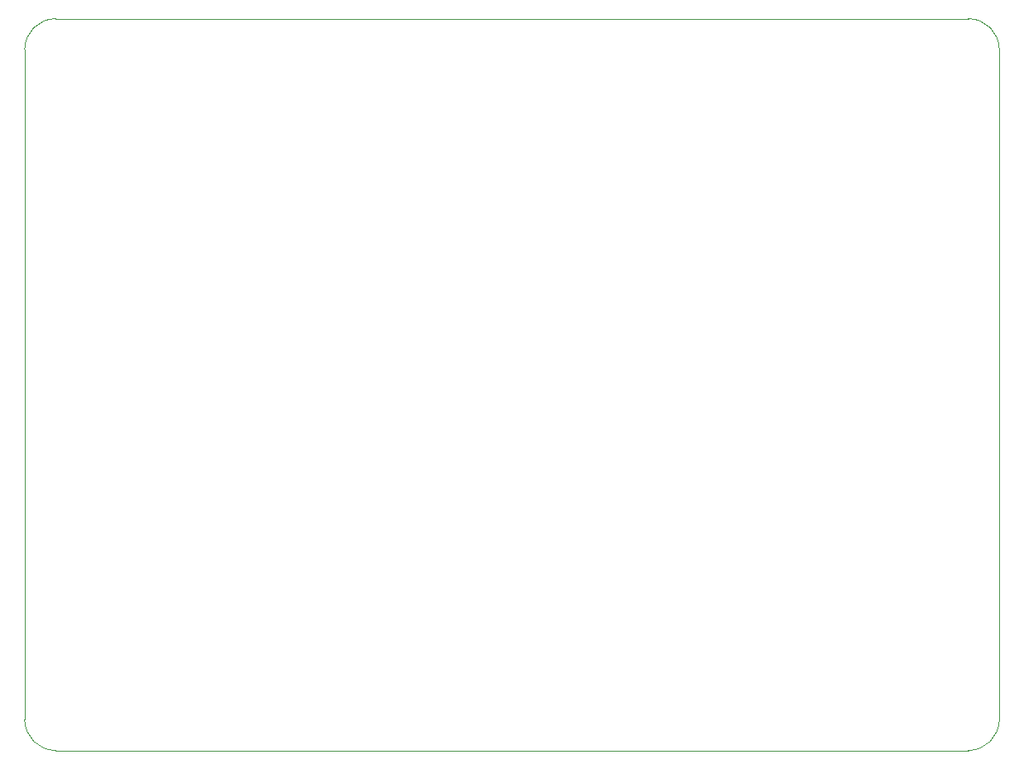
<source format=gm1>
G04 #@! TF.GenerationSoftware,KiCad,Pcbnew,(5.1.5)-3*
G04 #@! TF.CreationDate,2020-12-07T02:19:47+01:00*
G04 #@! TF.ProjectId,C64 Joykey,43363420-4a6f-4796-9b65-792e6b696361,rev?*
G04 #@! TF.SameCoordinates,Original*
G04 #@! TF.FileFunction,Profile,NP*
%FSLAX46Y46*%
G04 Gerber Fmt 4.6, Leading zero omitted, Abs format (unit mm)*
G04 Created by KiCad (PCBNEW (5.1.5)-3) date 2020-12-07 02:19:47*
%MOMM*%
%LPD*%
G04 APERTURE LIST*
%ADD10C,0.050000*%
G04 APERTURE END LIST*
D10*
X237490000Y-82550000D02*
G75*
G02X240665000Y-85725000I0J-3175000D01*
G01*
X140970000Y-85725000D02*
G75*
G02X144145000Y-82550000I3175000J0D01*
G01*
X240665000Y-154305000D02*
G75*
G02X237490000Y-157480000I-3175000J0D01*
G01*
X144145000Y-157480000D02*
G75*
G02X140970000Y-154305000I0J3175000D01*
G01*
X240665000Y-85725000D02*
X240665000Y-154305000D01*
X144145000Y-82550000D02*
X237490000Y-82550000D01*
X140970000Y-154305000D02*
X140970000Y-85725000D01*
X237490000Y-157480000D02*
X144145000Y-157480000D01*
M02*

</source>
